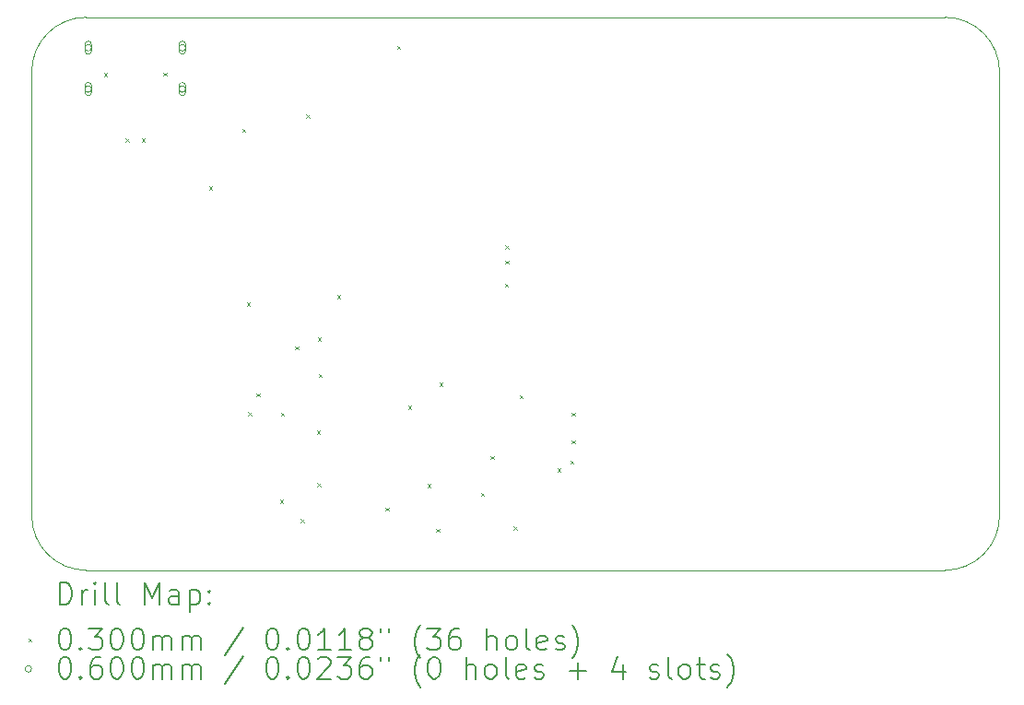
<source format=gbr>
%TF.GenerationSoftware,KiCad,Pcbnew,9.0.2*%
%TF.CreationDate,2025-07-13T16:06:32-05:00*%
%TF.ProjectId,stm32card,73746d33-3263-4617-9264-2e6b69636164,rev?*%
%TF.SameCoordinates,Original*%
%TF.FileFunction,Drillmap*%
%TF.FilePolarity,Positive*%
%FSLAX45Y45*%
G04 Gerber Fmt 4.5, Leading zero omitted, Abs format (unit mm)*
G04 Created by KiCad (PCBNEW 9.0.2) date 2025-07-13 16:06:32*
%MOMM*%
%LPD*%
G01*
G04 APERTURE LIST*
%ADD10C,0.050000*%
%ADD11C,0.200000*%
%ADD12C,0.100000*%
G04 APERTURE END LIST*
D10*
X13756447Y-13233553D02*
X21646447Y-13233553D01*
X13756447Y-13233553D02*
G75*
G02*
X13256447Y-12733553I3J500003D01*
G01*
X13256447Y-8653553D02*
X13256447Y-12733553D01*
X21646447Y-8153553D02*
G75*
G02*
X22146447Y-8653553I3J-499997D01*
G01*
X22146447Y-12733553D02*
X22146447Y-8653553D01*
X21646447Y-8153553D02*
X13756447Y-8153553D01*
X13256447Y-8653553D02*
G75*
G02*
X13756447Y-8153554I499991J8D01*
G01*
X22146447Y-12733553D02*
G75*
G02*
X21646447Y-13233557I-500007J3D01*
G01*
D11*
D12*
X13917892Y-8664431D02*
X13947892Y-8694431D01*
X13947892Y-8664431D02*
X13917892Y-8694431D01*
X14118113Y-9265553D02*
X14148113Y-9295553D01*
X14148113Y-9265553D02*
X14118113Y-9295553D01*
X14268113Y-9265553D02*
X14298113Y-9295553D01*
X14298113Y-9265553D02*
X14268113Y-9295553D01*
X14467134Y-8660086D02*
X14497134Y-8690086D01*
X14497134Y-8660086D02*
X14467134Y-8690086D01*
X14886315Y-9709309D02*
X14916315Y-9739309D01*
X14916315Y-9709309D02*
X14886315Y-9739309D01*
X15188362Y-9176103D02*
X15218362Y-9206103D01*
X15218362Y-9176103D02*
X15188362Y-9206103D01*
X15233510Y-10771928D02*
X15263510Y-10801928D01*
X15263510Y-10771928D02*
X15233510Y-10801928D01*
X15243494Y-11782910D02*
X15273494Y-11812910D01*
X15273494Y-11782910D02*
X15243494Y-11812910D01*
X15320740Y-11606959D02*
X15350740Y-11636959D01*
X15350740Y-11606959D02*
X15320740Y-11636959D01*
X15537470Y-12587115D02*
X15567470Y-12617115D01*
X15567470Y-12587115D02*
X15537470Y-12617115D01*
X15544511Y-11785922D02*
X15574511Y-11815922D01*
X15574511Y-11785922D02*
X15544511Y-11815922D01*
X15674446Y-11176505D02*
X15704446Y-11206505D01*
X15704446Y-11176505D02*
X15674446Y-11206505D01*
X15728012Y-12761537D02*
X15758012Y-12791537D01*
X15758012Y-12761537D02*
X15728012Y-12791537D01*
X15779696Y-9044834D02*
X15809696Y-9074834D01*
X15809696Y-9044834D02*
X15779696Y-9074834D01*
X15876636Y-11950008D02*
X15906636Y-11980008D01*
X15906636Y-11950008D02*
X15876636Y-11980008D01*
X15879252Y-12431608D02*
X15909252Y-12461608D01*
X15909252Y-12431608D02*
X15879252Y-12461608D01*
X15882247Y-11094987D02*
X15912247Y-11124987D01*
X15912247Y-11094987D02*
X15882247Y-11124987D01*
X15891310Y-11431009D02*
X15921310Y-11461009D01*
X15921310Y-11431009D02*
X15891310Y-11461009D01*
X16061449Y-10704597D02*
X16091449Y-10734597D01*
X16091449Y-10704597D02*
X16061449Y-10734597D01*
X16506486Y-12657137D02*
X16536486Y-12687137D01*
X16536486Y-12657137D02*
X16506486Y-12687137D01*
X16612488Y-8417432D02*
X16642488Y-8447432D01*
X16642488Y-8417432D02*
X16612488Y-8447432D01*
X16711450Y-11721343D02*
X16741450Y-11751343D01*
X16741450Y-11721343D02*
X16711450Y-11751343D01*
X16890776Y-12443088D02*
X16920776Y-12473088D01*
X16920776Y-12443088D02*
X16890776Y-12473088D01*
X16970140Y-12854044D02*
X17000140Y-12884044D01*
X17000140Y-12854044D02*
X16970140Y-12884044D01*
X17001361Y-11510728D02*
X17031361Y-11540728D01*
X17031361Y-11510728D02*
X17001361Y-11540728D01*
X17382855Y-12523096D02*
X17412855Y-12553096D01*
X17412855Y-12523096D02*
X17382855Y-12553096D01*
X17469624Y-12182906D02*
X17499624Y-12212906D01*
X17499624Y-12182906D02*
X17469624Y-12212906D01*
X17602115Y-10598553D02*
X17632115Y-10628553D01*
X17632115Y-10598553D02*
X17602115Y-10628553D01*
X17604964Y-10248553D02*
X17634964Y-10278553D01*
X17634964Y-10248553D02*
X17604964Y-10278553D01*
X17604964Y-10388553D02*
X17634964Y-10418553D01*
X17634964Y-10388553D02*
X17604964Y-10418553D01*
X17681471Y-12832865D02*
X17711471Y-12862865D01*
X17711471Y-12832865D02*
X17681471Y-12862865D01*
X17736654Y-11624855D02*
X17766654Y-11654855D01*
X17766654Y-11624855D02*
X17736654Y-11654855D01*
X18086552Y-12296162D02*
X18116552Y-12326162D01*
X18116552Y-12296162D02*
X18086552Y-12326162D01*
X18204436Y-12226021D02*
X18234436Y-12256021D01*
X18234436Y-12226021D02*
X18204436Y-12256021D01*
X18214064Y-12038526D02*
X18244064Y-12068526D01*
X18244064Y-12038526D02*
X18214064Y-12068526D01*
X18215680Y-11786663D02*
X18245680Y-11816663D01*
X18245680Y-11786663D02*
X18215680Y-11816663D01*
X13805447Y-8433000D02*
G75*
G02*
X13745447Y-8433000I-30000J0D01*
G01*
X13745447Y-8433000D02*
G75*
G02*
X13805447Y-8433000I30000J0D01*
G01*
X13805447Y-8463000D02*
X13805447Y-8403000D01*
X13745447Y-8403000D02*
G75*
G02*
X13805447Y-8403000I30000J0D01*
G01*
X13745447Y-8403000D02*
X13745447Y-8463000D01*
X13745447Y-8463000D02*
G75*
G03*
X13805447Y-8463000I30000J0D01*
G01*
X13805447Y-8813000D02*
G75*
G02*
X13745447Y-8813000I-30000J0D01*
G01*
X13745447Y-8813000D02*
G75*
G02*
X13805447Y-8813000I30000J0D01*
G01*
X13805447Y-8843000D02*
X13805447Y-8783000D01*
X13745447Y-8783000D02*
G75*
G02*
X13805447Y-8783000I30000J0D01*
G01*
X13745447Y-8783000D02*
X13745447Y-8843000D01*
X13745447Y-8843000D02*
G75*
G03*
X13805447Y-8843000I30000J0D01*
G01*
X14669447Y-8433000D02*
G75*
G02*
X14609447Y-8433000I-30000J0D01*
G01*
X14609447Y-8433000D02*
G75*
G02*
X14669447Y-8433000I30000J0D01*
G01*
X14669447Y-8463000D02*
X14669447Y-8403000D01*
X14609447Y-8403000D02*
G75*
G02*
X14669447Y-8403000I30000J0D01*
G01*
X14609447Y-8403000D02*
X14609447Y-8463000D01*
X14609447Y-8463000D02*
G75*
G03*
X14669447Y-8463000I30000J0D01*
G01*
X14669447Y-8813000D02*
G75*
G02*
X14609447Y-8813000I-30000J0D01*
G01*
X14609447Y-8813000D02*
G75*
G02*
X14669447Y-8813000I30000J0D01*
G01*
X14669447Y-8843000D02*
X14669447Y-8783000D01*
X14609447Y-8783000D02*
G75*
G02*
X14669447Y-8783000I30000J0D01*
G01*
X14609447Y-8783000D02*
X14609447Y-8843000D01*
X14609447Y-8843000D02*
G75*
G03*
X14669447Y-8843000I30000J0D01*
G01*
D11*
X13514723Y-13547537D02*
X13514723Y-13347537D01*
X13514723Y-13347537D02*
X13562342Y-13347537D01*
X13562342Y-13347537D02*
X13590914Y-13357061D01*
X13590914Y-13357061D02*
X13609961Y-13376109D01*
X13609961Y-13376109D02*
X13619485Y-13395156D01*
X13619485Y-13395156D02*
X13629009Y-13433251D01*
X13629009Y-13433251D02*
X13629009Y-13461823D01*
X13629009Y-13461823D02*
X13619485Y-13499918D01*
X13619485Y-13499918D02*
X13609961Y-13518966D01*
X13609961Y-13518966D02*
X13590914Y-13538013D01*
X13590914Y-13538013D02*
X13562342Y-13547537D01*
X13562342Y-13547537D02*
X13514723Y-13547537D01*
X13714723Y-13547537D02*
X13714723Y-13414204D01*
X13714723Y-13452299D02*
X13724247Y-13433251D01*
X13724247Y-13433251D02*
X13733771Y-13423728D01*
X13733771Y-13423728D02*
X13752819Y-13414204D01*
X13752819Y-13414204D02*
X13771866Y-13414204D01*
X13838533Y-13547537D02*
X13838533Y-13414204D01*
X13838533Y-13347537D02*
X13829009Y-13357061D01*
X13829009Y-13357061D02*
X13838533Y-13366585D01*
X13838533Y-13366585D02*
X13848057Y-13357061D01*
X13848057Y-13357061D02*
X13838533Y-13347537D01*
X13838533Y-13347537D02*
X13838533Y-13366585D01*
X13962342Y-13547537D02*
X13943295Y-13538013D01*
X13943295Y-13538013D02*
X13933771Y-13518966D01*
X13933771Y-13518966D02*
X13933771Y-13347537D01*
X14067104Y-13547537D02*
X14048057Y-13538013D01*
X14048057Y-13538013D02*
X14038533Y-13518966D01*
X14038533Y-13518966D02*
X14038533Y-13347537D01*
X14295676Y-13547537D02*
X14295676Y-13347537D01*
X14295676Y-13347537D02*
X14362342Y-13490394D01*
X14362342Y-13490394D02*
X14429009Y-13347537D01*
X14429009Y-13347537D02*
X14429009Y-13547537D01*
X14609961Y-13547537D02*
X14609961Y-13442775D01*
X14609961Y-13442775D02*
X14600438Y-13423728D01*
X14600438Y-13423728D02*
X14581390Y-13414204D01*
X14581390Y-13414204D02*
X14543295Y-13414204D01*
X14543295Y-13414204D02*
X14524247Y-13423728D01*
X14609961Y-13538013D02*
X14590914Y-13547537D01*
X14590914Y-13547537D02*
X14543295Y-13547537D01*
X14543295Y-13547537D02*
X14524247Y-13538013D01*
X14524247Y-13538013D02*
X14514723Y-13518966D01*
X14514723Y-13518966D02*
X14514723Y-13499918D01*
X14514723Y-13499918D02*
X14524247Y-13480870D01*
X14524247Y-13480870D02*
X14543295Y-13471347D01*
X14543295Y-13471347D02*
X14590914Y-13471347D01*
X14590914Y-13471347D02*
X14609961Y-13461823D01*
X14705200Y-13414204D02*
X14705200Y-13614204D01*
X14705200Y-13423728D02*
X14724247Y-13414204D01*
X14724247Y-13414204D02*
X14762342Y-13414204D01*
X14762342Y-13414204D02*
X14781390Y-13423728D01*
X14781390Y-13423728D02*
X14790914Y-13433251D01*
X14790914Y-13433251D02*
X14800438Y-13452299D01*
X14800438Y-13452299D02*
X14800438Y-13509442D01*
X14800438Y-13509442D02*
X14790914Y-13528489D01*
X14790914Y-13528489D02*
X14781390Y-13538013D01*
X14781390Y-13538013D02*
X14762342Y-13547537D01*
X14762342Y-13547537D02*
X14724247Y-13547537D01*
X14724247Y-13547537D02*
X14705200Y-13538013D01*
X14886152Y-13528489D02*
X14895676Y-13538013D01*
X14895676Y-13538013D02*
X14886152Y-13547537D01*
X14886152Y-13547537D02*
X14876628Y-13538013D01*
X14876628Y-13538013D02*
X14886152Y-13528489D01*
X14886152Y-13528489D02*
X14886152Y-13547537D01*
X14886152Y-13423728D02*
X14895676Y-13433251D01*
X14895676Y-13433251D02*
X14886152Y-13442775D01*
X14886152Y-13442775D02*
X14876628Y-13433251D01*
X14876628Y-13433251D02*
X14886152Y-13423728D01*
X14886152Y-13423728D02*
X14886152Y-13442775D01*
D12*
X13223947Y-13861053D02*
X13253947Y-13891053D01*
X13253947Y-13861053D02*
X13223947Y-13891053D01*
D11*
X13552819Y-13767537D02*
X13571866Y-13767537D01*
X13571866Y-13767537D02*
X13590914Y-13777061D01*
X13590914Y-13777061D02*
X13600438Y-13786585D01*
X13600438Y-13786585D02*
X13609961Y-13805632D01*
X13609961Y-13805632D02*
X13619485Y-13843728D01*
X13619485Y-13843728D02*
X13619485Y-13891347D01*
X13619485Y-13891347D02*
X13609961Y-13929442D01*
X13609961Y-13929442D02*
X13600438Y-13948489D01*
X13600438Y-13948489D02*
X13590914Y-13958013D01*
X13590914Y-13958013D02*
X13571866Y-13967537D01*
X13571866Y-13967537D02*
X13552819Y-13967537D01*
X13552819Y-13967537D02*
X13533771Y-13958013D01*
X13533771Y-13958013D02*
X13524247Y-13948489D01*
X13524247Y-13948489D02*
X13514723Y-13929442D01*
X13514723Y-13929442D02*
X13505200Y-13891347D01*
X13505200Y-13891347D02*
X13505200Y-13843728D01*
X13505200Y-13843728D02*
X13514723Y-13805632D01*
X13514723Y-13805632D02*
X13524247Y-13786585D01*
X13524247Y-13786585D02*
X13533771Y-13777061D01*
X13533771Y-13777061D02*
X13552819Y-13767537D01*
X13705200Y-13948489D02*
X13714723Y-13958013D01*
X13714723Y-13958013D02*
X13705200Y-13967537D01*
X13705200Y-13967537D02*
X13695676Y-13958013D01*
X13695676Y-13958013D02*
X13705200Y-13948489D01*
X13705200Y-13948489D02*
X13705200Y-13967537D01*
X13781390Y-13767537D02*
X13905200Y-13767537D01*
X13905200Y-13767537D02*
X13838533Y-13843728D01*
X13838533Y-13843728D02*
X13867104Y-13843728D01*
X13867104Y-13843728D02*
X13886152Y-13853251D01*
X13886152Y-13853251D02*
X13895676Y-13862775D01*
X13895676Y-13862775D02*
X13905200Y-13881823D01*
X13905200Y-13881823D02*
X13905200Y-13929442D01*
X13905200Y-13929442D02*
X13895676Y-13948489D01*
X13895676Y-13948489D02*
X13886152Y-13958013D01*
X13886152Y-13958013D02*
X13867104Y-13967537D01*
X13867104Y-13967537D02*
X13809961Y-13967537D01*
X13809961Y-13967537D02*
X13790914Y-13958013D01*
X13790914Y-13958013D02*
X13781390Y-13948489D01*
X14029009Y-13767537D02*
X14048057Y-13767537D01*
X14048057Y-13767537D02*
X14067104Y-13777061D01*
X14067104Y-13777061D02*
X14076628Y-13786585D01*
X14076628Y-13786585D02*
X14086152Y-13805632D01*
X14086152Y-13805632D02*
X14095676Y-13843728D01*
X14095676Y-13843728D02*
X14095676Y-13891347D01*
X14095676Y-13891347D02*
X14086152Y-13929442D01*
X14086152Y-13929442D02*
X14076628Y-13948489D01*
X14076628Y-13948489D02*
X14067104Y-13958013D01*
X14067104Y-13958013D02*
X14048057Y-13967537D01*
X14048057Y-13967537D02*
X14029009Y-13967537D01*
X14029009Y-13967537D02*
X14009961Y-13958013D01*
X14009961Y-13958013D02*
X14000438Y-13948489D01*
X14000438Y-13948489D02*
X13990914Y-13929442D01*
X13990914Y-13929442D02*
X13981390Y-13891347D01*
X13981390Y-13891347D02*
X13981390Y-13843728D01*
X13981390Y-13843728D02*
X13990914Y-13805632D01*
X13990914Y-13805632D02*
X14000438Y-13786585D01*
X14000438Y-13786585D02*
X14009961Y-13777061D01*
X14009961Y-13777061D02*
X14029009Y-13767537D01*
X14219485Y-13767537D02*
X14238533Y-13767537D01*
X14238533Y-13767537D02*
X14257581Y-13777061D01*
X14257581Y-13777061D02*
X14267104Y-13786585D01*
X14267104Y-13786585D02*
X14276628Y-13805632D01*
X14276628Y-13805632D02*
X14286152Y-13843728D01*
X14286152Y-13843728D02*
X14286152Y-13891347D01*
X14286152Y-13891347D02*
X14276628Y-13929442D01*
X14276628Y-13929442D02*
X14267104Y-13948489D01*
X14267104Y-13948489D02*
X14257581Y-13958013D01*
X14257581Y-13958013D02*
X14238533Y-13967537D01*
X14238533Y-13967537D02*
X14219485Y-13967537D01*
X14219485Y-13967537D02*
X14200438Y-13958013D01*
X14200438Y-13958013D02*
X14190914Y-13948489D01*
X14190914Y-13948489D02*
X14181390Y-13929442D01*
X14181390Y-13929442D02*
X14171866Y-13891347D01*
X14171866Y-13891347D02*
X14171866Y-13843728D01*
X14171866Y-13843728D02*
X14181390Y-13805632D01*
X14181390Y-13805632D02*
X14190914Y-13786585D01*
X14190914Y-13786585D02*
X14200438Y-13777061D01*
X14200438Y-13777061D02*
X14219485Y-13767537D01*
X14371866Y-13967537D02*
X14371866Y-13834204D01*
X14371866Y-13853251D02*
X14381390Y-13843728D01*
X14381390Y-13843728D02*
X14400438Y-13834204D01*
X14400438Y-13834204D02*
X14429009Y-13834204D01*
X14429009Y-13834204D02*
X14448057Y-13843728D01*
X14448057Y-13843728D02*
X14457581Y-13862775D01*
X14457581Y-13862775D02*
X14457581Y-13967537D01*
X14457581Y-13862775D02*
X14467104Y-13843728D01*
X14467104Y-13843728D02*
X14486152Y-13834204D01*
X14486152Y-13834204D02*
X14514723Y-13834204D01*
X14514723Y-13834204D02*
X14533771Y-13843728D01*
X14533771Y-13843728D02*
X14543295Y-13862775D01*
X14543295Y-13862775D02*
X14543295Y-13967537D01*
X14638533Y-13967537D02*
X14638533Y-13834204D01*
X14638533Y-13853251D02*
X14648057Y-13843728D01*
X14648057Y-13843728D02*
X14667104Y-13834204D01*
X14667104Y-13834204D02*
X14695676Y-13834204D01*
X14695676Y-13834204D02*
X14714723Y-13843728D01*
X14714723Y-13843728D02*
X14724247Y-13862775D01*
X14724247Y-13862775D02*
X14724247Y-13967537D01*
X14724247Y-13862775D02*
X14733771Y-13843728D01*
X14733771Y-13843728D02*
X14752819Y-13834204D01*
X14752819Y-13834204D02*
X14781390Y-13834204D01*
X14781390Y-13834204D02*
X14800438Y-13843728D01*
X14800438Y-13843728D02*
X14809962Y-13862775D01*
X14809962Y-13862775D02*
X14809962Y-13967537D01*
X15200438Y-13758013D02*
X15029009Y-14015156D01*
X15457581Y-13767537D02*
X15476628Y-13767537D01*
X15476628Y-13767537D02*
X15495676Y-13777061D01*
X15495676Y-13777061D02*
X15505200Y-13786585D01*
X15505200Y-13786585D02*
X15514724Y-13805632D01*
X15514724Y-13805632D02*
X15524247Y-13843728D01*
X15524247Y-13843728D02*
X15524247Y-13891347D01*
X15524247Y-13891347D02*
X15514724Y-13929442D01*
X15514724Y-13929442D02*
X15505200Y-13948489D01*
X15505200Y-13948489D02*
X15495676Y-13958013D01*
X15495676Y-13958013D02*
X15476628Y-13967537D01*
X15476628Y-13967537D02*
X15457581Y-13967537D01*
X15457581Y-13967537D02*
X15438533Y-13958013D01*
X15438533Y-13958013D02*
X15429009Y-13948489D01*
X15429009Y-13948489D02*
X15419485Y-13929442D01*
X15419485Y-13929442D02*
X15409962Y-13891347D01*
X15409962Y-13891347D02*
X15409962Y-13843728D01*
X15409962Y-13843728D02*
X15419485Y-13805632D01*
X15419485Y-13805632D02*
X15429009Y-13786585D01*
X15429009Y-13786585D02*
X15438533Y-13777061D01*
X15438533Y-13777061D02*
X15457581Y-13767537D01*
X15609962Y-13948489D02*
X15619485Y-13958013D01*
X15619485Y-13958013D02*
X15609962Y-13967537D01*
X15609962Y-13967537D02*
X15600438Y-13958013D01*
X15600438Y-13958013D02*
X15609962Y-13948489D01*
X15609962Y-13948489D02*
X15609962Y-13967537D01*
X15743295Y-13767537D02*
X15762343Y-13767537D01*
X15762343Y-13767537D02*
X15781390Y-13777061D01*
X15781390Y-13777061D02*
X15790914Y-13786585D01*
X15790914Y-13786585D02*
X15800438Y-13805632D01*
X15800438Y-13805632D02*
X15809962Y-13843728D01*
X15809962Y-13843728D02*
X15809962Y-13891347D01*
X15809962Y-13891347D02*
X15800438Y-13929442D01*
X15800438Y-13929442D02*
X15790914Y-13948489D01*
X15790914Y-13948489D02*
X15781390Y-13958013D01*
X15781390Y-13958013D02*
X15762343Y-13967537D01*
X15762343Y-13967537D02*
X15743295Y-13967537D01*
X15743295Y-13967537D02*
X15724247Y-13958013D01*
X15724247Y-13958013D02*
X15714724Y-13948489D01*
X15714724Y-13948489D02*
X15705200Y-13929442D01*
X15705200Y-13929442D02*
X15695676Y-13891347D01*
X15695676Y-13891347D02*
X15695676Y-13843728D01*
X15695676Y-13843728D02*
X15705200Y-13805632D01*
X15705200Y-13805632D02*
X15714724Y-13786585D01*
X15714724Y-13786585D02*
X15724247Y-13777061D01*
X15724247Y-13777061D02*
X15743295Y-13767537D01*
X16000438Y-13967537D02*
X15886152Y-13967537D01*
X15943295Y-13967537D02*
X15943295Y-13767537D01*
X15943295Y-13767537D02*
X15924247Y-13796109D01*
X15924247Y-13796109D02*
X15905200Y-13815156D01*
X15905200Y-13815156D02*
X15886152Y-13824680D01*
X16190914Y-13967537D02*
X16076628Y-13967537D01*
X16133771Y-13967537D02*
X16133771Y-13767537D01*
X16133771Y-13767537D02*
X16114724Y-13796109D01*
X16114724Y-13796109D02*
X16095676Y-13815156D01*
X16095676Y-13815156D02*
X16076628Y-13824680D01*
X16305200Y-13853251D02*
X16286152Y-13843728D01*
X16286152Y-13843728D02*
X16276628Y-13834204D01*
X16276628Y-13834204D02*
X16267105Y-13815156D01*
X16267105Y-13815156D02*
X16267105Y-13805632D01*
X16267105Y-13805632D02*
X16276628Y-13786585D01*
X16276628Y-13786585D02*
X16286152Y-13777061D01*
X16286152Y-13777061D02*
X16305200Y-13767537D01*
X16305200Y-13767537D02*
X16343295Y-13767537D01*
X16343295Y-13767537D02*
X16362343Y-13777061D01*
X16362343Y-13777061D02*
X16371866Y-13786585D01*
X16371866Y-13786585D02*
X16381390Y-13805632D01*
X16381390Y-13805632D02*
X16381390Y-13815156D01*
X16381390Y-13815156D02*
X16371866Y-13834204D01*
X16371866Y-13834204D02*
X16362343Y-13843728D01*
X16362343Y-13843728D02*
X16343295Y-13853251D01*
X16343295Y-13853251D02*
X16305200Y-13853251D01*
X16305200Y-13853251D02*
X16286152Y-13862775D01*
X16286152Y-13862775D02*
X16276628Y-13872299D01*
X16276628Y-13872299D02*
X16267105Y-13891347D01*
X16267105Y-13891347D02*
X16267105Y-13929442D01*
X16267105Y-13929442D02*
X16276628Y-13948489D01*
X16276628Y-13948489D02*
X16286152Y-13958013D01*
X16286152Y-13958013D02*
X16305200Y-13967537D01*
X16305200Y-13967537D02*
X16343295Y-13967537D01*
X16343295Y-13967537D02*
X16362343Y-13958013D01*
X16362343Y-13958013D02*
X16371866Y-13948489D01*
X16371866Y-13948489D02*
X16381390Y-13929442D01*
X16381390Y-13929442D02*
X16381390Y-13891347D01*
X16381390Y-13891347D02*
X16371866Y-13872299D01*
X16371866Y-13872299D02*
X16362343Y-13862775D01*
X16362343Y-13862775D02*
X16343295Y-13853251D01*
X16457581Y-13767537D02*
X16457581Y-13805632D01*
X16533771Y-13767537D02*
X16533771Y-13805632D01*
X16829010Y-14043728D02*
X16819486Y-14034204D01*
X16819486Y-14034204D02*
X16800438Y-14005632D01*
X16800438Y-14005632D02*
X16790914Y-13986585D01*
X16790914Y-13986585D02*
X16781390Y-13958013D01*
X16781390Y-13958013D02*
X16771867Y-13910394D01*
X16771867Y-13910394D02*
X16771867Y-13872299D01*
X16771867Y-13872299D02*
X16781390Y-13824680D01*
X16781390Y-13824680D02*
X16790914Y-13796109D01*
X16790914Y-13796109D02*
X16800438Y-13777061D01*
X16800438Y-13777061D02*
X16819486Y-13748489D01*
X16819486Y-13748489D02*
X16829010Y-13738966D01*
X16886152Y-13767537D02*
X17009962Y-13767537D01*
X17009962Y-13767537D02*
X16943295Y-13843728D01*
X16943295Y-13843728D02*
X16971867Y-13843728D01*
X16971867Y-13843728D02*
X16990914Y-13853251D01*
X16990914Y-13853251D02*
X17000438Y-13862775D01*
X17000438Y-13862775D02*
X17009962Y-13881823D01*
X17009962Y-13881823D02*
X17009962Y-13929442D01*
X17009962Y-13929442D02*
X17000438Y-13948489D01*
X17000438Y-13948489D02*
X16990914Y-13958013D01*
X16990914Y-13958013D02*
X16971867Y-13967537D01*
X16971867Y-13967537D02*
X16914724Y-13967537D01*
X16914724Y-13967537D02*
X16895676Y-13958013D01*
X16895676Y-13958013D02*
X16886152Y-13948489D01*
X17181390Y-13767537D02*
X17143295Y-13767537D01*
X17143295Y-13767537D02*
X17124248Y-13777061D01*
X17124248Y-13777061D02*
X17114724Y-13786585D01*
X17114724Y-13786585D02*
X17095676Y-13815156D01*
X17095676Y-13815156D02*
X17086152Y-13853251D01*
X17086152Y-13853251D02*
X17086152Y-13929442D01*
X17086152Y-13929442D02*
X17095676Y-13948489D01*
X17095676Y-13948489D02*
X17105200Y-13958013D01*
X17105200Y-13958013D02*
X17124248Y-13967537D01*
X17124248Y-13967537D02*
X17162343Y-13967537D01*
X17162343Y-13967537D02*
X17181390Y-13958013D01*
X17181390Y-13958013D02*
X17190914Y-13948489D01*
X17190914Y-13948489D02*
X17200438Y-13929442D01*
X17200438Y-13929442D02*
X17200438Y-13881823D01*
X17200438Y-13881823D02*
X17190914Y-13862775D01*
X17190914Y-13862775D02*
X17181390Y-13853251D01*
X17181390Y-13853251D02*
X17162343Y-13843728D01*
X17162343Y-13843728D02*
X17124248Y-13843728D01*
X17124248Y-13843728D02*
X17105200Y-13853251D01*
X17105200Y-13853251D02*
X17095676Y-13862775D01*
X17095676Y-13862775D02*
X17086152Y-13881823D01*
X17438533Y-13967537D02*
X17438533Y-13767537D01*
X17524248Y-13967537D02*
X17524248Y-13862775D01*
X17524248Y-13862775D02*
X17514724Y-13843728D01*
X17514724Y-13843728D02*
X17495676Y-13834204D01*
X17495676Y-13834204D02*
X17467105Y-13834204D01*
X17467105Y-13834204D02*
X17448057Y-13843728D01*
X17448057Y-13843728D02*
X17438533Y-13853251D01*
X17648057Y-13967537D02*
X17629010Y-13958013D01*
X17629010Y-13958013D02*
X17619486Y-13948489D01*
X17619486Y-13948489D02*
X17609962Y-13929442D01*
X17609962Y-13929442D02*
X17609962Y-13872299D01*
X17609962Y-13872299D02*
X17619486Y-13853251D01*
X17619486Y-13853251D02*
X17629010Y-13843728D01*
X17629010Y-13843728D02*
X17648057Y-13834204D01*
X17648057Y-13834204D02*
X17676629Y-13834204D01*
X17676629Y-13834204D02*
X17695676Y-13843728D01*
X17695676Y-13843728D02*
X17705200Y-13853251D01*
X17705200Y-13853251D02*
X17714724Y-13872299D01*
X17714724Y-13872299D02*
X17714724Y-13929442D01*
X17714724Y-13929442D02*
X17705200Y-13948489D01*
X17705200Y-13948489D02*
X17695676Y-13958013D01*
X17695676Y-13958013D02*
X17676629Y-13967537D01*
X17676629Y-13967537D02*
X17648057Y-13967537D01*
X17829010Y-13967537D02*
X17809962Y-13958013D01*
X17809962Y-13958013D02*
X17800438Y-13938966D01*
X17800438Y-13938966D02*
X17800438Y-13767537D01*
X17981391Y-13958013D02*
X17962343Y-13967537D01*
X17962343Y-13967537D02*
X17924248Y-13967537D01*
X17924248Y-13967537D02*
X17905200Y-13958013D01*
X17905200Y-13958013D02*
X17895676Y-13938966D01*
X17895676Y-13938966D02*
X17895676Y-13862775D01*
X17895676Y-13862775D02*
X17905200Y-13843728D01*
X17905200Y-13843728D02*
X17924248Y-13834204D01*
X17924248Y-13834204D02*
X17962343Y-13834204D01*
X17962343Y-13834204D02*
X17981391Y-13843728D01*
X17981391Y-13843728D02*
X17990914Y-13862775D01*
X17990914Y-13862775D02*
X17990914Y-13881823D01*
X17990914Y-13881823D02*
X17895676Y-13900870D01*
X18067105Y-13958013D02*
X18086152Y-13967537D01*
X18086152Y-13967537D02*
X18124248Y-13967537D01*
X18124248Y-13967537D02*
X18143295Y-13958013D01*
X18143295Y-13958013D02*
X18152819Y-13938966D01*
X18152819Y-13938966D02*
X18152819Y-13929442D01*
X18152819Y-13929442D02*
X18143295Y-13910394D01*
X18143295Y-13910394D02*
X18124248Y-13900870D01*
X18124248Y-13900870D02*
X18095676Y-13900870D01*
X18095676Y-13900870D02*
X18076629Y-13891347D01*
X18076629Y-13891347D02*
X18067105Y-13872299D01*
X18067105Y-13872299D02*
X18067105Y-13862775D01*
X18067105Y-13862775D02*
X18076629Y-13843728D01*
X18076629Y-13843728D02*
X18095676Y-13834204D01*
X18095676Y-13834204D02*
X18124248Y-13834204D01*
X18124248Y-13834204D02*
X18143295Y-13843728D01*
X18219486Y-14043728D02*
X18229010Y-14034204D01*
X18229010Y-14034204D02*
X18248057Y-14005632D01*
X18248057Y-14005632D02*
X18257581Y-13986585D01*
X18257581Y-13986585D02*
X18267105Y-13958013D01*
X18267105Y-13958013D02*
X18276629Y-13910394D01*
X18276629Y-13910394D02*
X18276629Y-13872299D01*
X18276629Y-13872299D02*
X18267105Y-13824680D01*
X18267105Y-13824680D02*
X18257581Y-13796109D01*
X18257581Y-13796109D02*
X18248057Y-13777061D01*
X18248057Y-13777061D02*
X18229010Y-13748489D01*
X18229010Y-13748489D02*
X18219486Y-13738966D01*
D12*
X13253947Y-14140053D02*
G75*
G02*
X13193947Y-14140053I-30000J0D01*
G01*
X13193947Y-14140053D02*
G75*
G02*
X13253947Y-14140053I30000J0D01*
G01*
D11*
X13552819Y-14031537D02*
X13571866Y-14031537D01*
X13571866Y-14031537D02*
X13590914Y-14041061D01*
X13590914Y-14041061D02*
X13600438Y-14050585D01*
X13600438Y-14050585D02*
X13609961Y-14069632D01*
X13609961Y-14069632D02*
X13619485Y-14107728D01*
X13619485Y-14107728D02*
X13619485Y-14155347D01*
X13619485Y-14155347D02*
X13609961Y-14193442D01*
X13609961Y-14193442D02*
X13600438Y-14212489D01*
X13600438Y-14212489D02*
X13590914Y-14222013D01*
X13590914Y-14222013D02*
X13571866Y-14231537D01*
X13571866Y-14231537D02*
X13552819Y-14231537D01*
X13552819Y-14231537D02*
X13533771Y-14222013D01*
X13533771Y-14222013D02*
X13524247Y-14212489D01*
X13524247Y-14212489D02*
X13514723Y-14193442D01*
X13514723Y-14193442D02*
X13505200Y-14155347D01*
X13505200Y-14155347D02*
X13505200Y-14107728D01*
X13505200Y-14107728D02*
X13514723Y-14069632D01*
X13514723Y-14069632D02*
X13524247Y-14050585D01*
X13524247Y-14050585D02*
X13533771Y-14041061D01*
X13533771Y-14041061D02*
X13552819Y-14031537D01*
X13705200Y-14212489D02*
X13714723Y-14222013D01*
X13714723Y-14222013D02*
X13705200Y-14231537D01*
X13705200Y-14231537D02*
X13695676Y-14222013D01*
X13695676Y-14222013D02*
X13705200Y-14212489D01*
X13705200Y-14212489D02*
X13705200Y-14231537D01*
X13886152Y-14031537D02*
X13848057Y-14031537D01*
X13848057Y-14031537D02*
X13829009Y-14041061D01*
X13829009Y-14041061D02*
X13819485Y-14050585D01*
X13819485Y-14050585D02*
X13800438Y-14079156D01*
X13800438Y-14079156D02*
X13790914Y-14117251D01*
X13790914Y-14117251D02*
X13790914Y-14193442D01*
X13790914Y-14193442D02*
X13800438Y-14212489D01*
X13800438Y-14212489D02*
X13809961Y-14222013D01*
X13809961Y-14222013D02*
X13829009Y-14231537D01*
X13829009Y-14231537D02*
X13867104Y-14231537D01*
X13867104Y-14231537D02*
X13886152Y-14222013D01*
X13886152Y-14222013D02*
X13895676Y-14212489D01*
X13895676Y-14212489D02*
X13905200Y-14193442D01*
X13905200Y-14193442D02*
X13905200Y-14145823D01*
X13905200Y-14145823D02*
X13895676Y-14126775D01*
X13895676Y-14126775D02*
X13886152Y-14117251D01*
X13886152Y-14117251D02*
X13867104Y-14107728D01*
X13867104Y-14107728D02*
X13829009Y-14107728D01*
X13829009Y-14107728D02*
X13809961Y-14117251D01*
X13809961Y-14117251D02*
X13800438Y-14126775D01*
X13800438Y-14126775D02*
X13790914Y-14145823D01*
X14029009Y-14031537D02*
X14048057Y-14031537D01*
X14048057Y-14031537D02*
X14067104Y-14041061D01*
X14067104Y-14041061D02*
X14076628Y-14050585D01*
X14076628Y-14050585D02*
X14086152Y-14069632D01*
X14086152Y-14069632D02*
X14095676Y-14107728D01*
X14095676Y-14107728D02*
X14095676Y-14155347D01*
X14095676Y-14155347D02*
X14086152Y-14193442D01*
X14086152Y-14193442D02*
X14076628Y-14212489D01*
X14076628Y-14212489D02*
X14067104Y-14222013D01*
X14067104Y-14222013D02*
X14048057Y-14231537D01*
X14048057Y-14231537D02*
X14029009Y-14231537D01*
X14029009Y-14231537D02*
X14009961Y-14222013D01*
X14009961Y-14222013D02*
X14000438Y-14212489D01*
X14000438Y-14212489D02*
X13990914Y-14193442D01*
X13990914Y-14193442D02*
X13981390Y-14155347D01*
X13981390Y-14155347D02*
X13981390Y-14107728D01*
X13981390Y-14107728D02*
X13990914Y-14069632D01*
X13990914Y-14069632D02*
X14000438Y-14050585D01*
X14000438Y-14050585D02*
X14009961Y-14041061D01*
X14009961Y-14041061D02*
X14029009Y-14031537D01*
X14219485Y-14031537D02*
X14238533Y-14031537D01*
X14238533Y-14031537D02*
X14257581Y-14041061D01*
X14257581Y-14041061D02*
X14267104Y-14050585D01*
X14267104Y-14050585D02*
X14276628Y-14069632D01*
X14276628Y-14069632D02*
X14286152Y-14107728D01*
X14286152Y-14107728D02*
X14286152Y-14155347D01*
X14286152Y-14155347D02*
X14276628Y-14193442D01*
X14276628Y-14193442D02*
X14267104Y-14212489D01*
X14267104Y-14212489D02*
X14257581Y-14222013D01*
X14257581Y-14222013D02*
X14238533Y-14231537D01*
X14238533Y-14231537D02*
X14219485Y-14231537D01*
X14219485Y-14231537D02*
X14200438Y-14222013D01*
X14200438Y-14222013D02*
X14190914Y-14212489D01*
X14190914Y-14212489D02*
X14181390Y-14193442D01*
X14181390Y-14193442D02*
X14171866Y-14155347D01*
X14171866Y-14155347D02*
X14171866Y-14107728D01*
X14171866Y-14107728D02*
X14181390Y-14069632D01*
X14181390Y-14069632D02*
X14190914Y-14050585D01*
X14190914Y-14050585D02*
X14200438Y-14041061D01*
X14200438Y-14041061D02*
X14219485Y-14031537D01*
X14371866Y-14231537D02*
X14371866Y-14098204D01*
X14371866Y-14117251D02*
X14381390Y-14107728D01*
X14381390Y-14107728D02*
X14400438Y-14098204D01*
X14400438Y-14098204D02*
X14429009Y-14098204D01*
X14429009Y-14098204D02*
X14448057Y-14107728D01*
X14448057Y-14107728D02*
X14457581Y-14126775D01*
X14457581Y-14126775D02*
X14457581Y-14231537D01*
X14457581Y-14126775D02*
X14467104Y-14107728D01*
X14467104Y-14107728D02*
X14486152Y-14098204D01*
X14486152Y-14098204D02*
X14514723Y-14098204D01*
X14514723Y-14098204D02*
X14533771Y-14107728D01*
X14533771Y-14107728D02*
X14543295Y-14126775D01*
X14543295Y-14126775D02*
X14543295Y-14231537D01*
X14638533Y-14231537D02*
X14638533Y-14098204D01*
X14638533Y-14117251D02*
X14648057Y-14107728D01*
X14648057Y-14107728D02*
X14667104Y-14098204D01*
X14667104Y-14098204D02*
X14695676Y-14098204D01*
X14695676Y-14098204D02*
X14714723Y-14107728D01*
X14714723Y-14107728D02*
X14724247Y-14126775D01*
X14724247Y-14126775D02*
X14724247Y-14231537D01*
X14724247Y-14126775D02*
X14733771Y-14107728D01*
X14733771Y-14107728D02*
X14752819Y-14098204D01*
X14752819Y-14098204D02*
X14781390Y-14098204D01*
X14781390Y-14098204D02*
X14800438Y-14107728D01*
X14800438Y-14107728D02*
X14809962Y-14126775D01*
X14809962Y-14126775D02*
X14809962Y-14231537D01*
X15200438Y-14022013D02*
X15029009Y-14279156D01*
X15457581Y-14031537D02*
X15476628Y-14031537D01*
X15476628Y-14031537D02*
X15495676Y-14041061D01*
X15495676Y-14041061D02*
X15505200Y-14050585D01*
X15505200Y-14050585D02*
X15514724Y-14069632D01*
X15514724Y-14069632D02*
X15524247Y-14107728D01*
X15524247Y-14107728D02*
X15524247Y-14155347D01*
X15524247Y-14155347D02*
X15514724Y-14193442D01*
X15514724Y-14193442D02*
X15505200Y-14212489D01*
X15505200Y-14212489D02*
X15495676Y-14222013D01*
X15495676Y-14222013D02*
X15476628Y-14231537D01*
X15476628Y-14231537D02*
X15457581Y-14231537D01*
X15457581Y-14231537D02*
X15438533Y-14222013D01*
X15438533Y-14222013D02*
X15429009Y-14212489D01*
X15429009Y-14212489D02*
X15419485Y-14193442D01*
X15419485Y-14193442D02*
X15409962Y-14155347D01*
X15409962Y-14155347D02*
X15409962Y-14107728D01*
X15409962Y-14107728D02*
X15419485Y-14069632D01*
X15419485Y-14069632D02*
X15429009Y-14050585D01*
X15429009Y-14050585D02*
X15438533Y-14041061D01*
X15438533Y-14041061D02*
X15457581Y-14031537D01*
X15609962Y-14212489D02*
X15619485Y-14222013D01*
X15619485Y-14222013D02*
X15609962Y-14231537D01*
X15609962Y-14231537D02*
X15600438Y-14222013D01*
X15600438Y-14222013D02*
X15609962Y-14212489D01*
X15609962Y-14212489D02*
X15609962Y-14231537D01*
X15743295Y-14031537D02*
X15762343Y-14031537D01*
X15762343Y-14031537D02*
X15781390Y-14041061D01*
X15781390Y-14041061D02*
X15790914Y-14050585D01*
X15790914Y-14050585D02*
X15800438Y-14069632D01*
X15800438Y-14069632D02*
X15809962Y-14107728D01*
X15809962Y-14107728D02*
X15809962Y-14155347D01*
X15809962Y-14155347D02*
X15800438Y-14193442D01*
X15800438Y-14193442D02*
X15790914Y-14212489D01*
X15790914Y-14212489D02*
X15781390Y-14222013D01*
X15781390Y-14222013D02*
X15762343Y-14231537D01*
X15762343Y-14231537D02*
X15743295Y-14231537D01*
X15743295Y-14231537D02*
X15724247Y-14222013D01*
X15724247Y-14222013D02*
X15714724Y-14212489D01*
X15714724Y-14212489D02*
X15705200Y-14193442D01*
X15705200Y-14193442D02*
X15695676Y-14155347D01*
X15695676Y-14155347D02*
X15695676Y-14107728D01*
X15695676Y-14107728D02*
X15705200Y-14069632D01*
X15705200Y-14069632D02*
X15714724Y-14050585D01*
X15714724Y-14050585D02*
X15724247Y-14041061D01*
X15724247Y-14041061D02*
X15743295Y-14031537D01*
X15886152Y-14050585D02*
X15895676Y-14041061D01*
X15895676Y-14041061D02*
X15914724Y-14031537D01*
X15914724Y-14031537D02*
X15962343Y-14031537D01*
X15962343Y-14031537D02*
X15981390Y-14041061D01*
X15981390Y-14041061D02*
X15990914Y-14050585D01*
X15990914Y-14050585D02*
X16000438Y-14069632D01*
X16000438Y-14069632D02*
X16000438Y-14088680D01*
X16000438Y-14088680D02*
X15990914Y-14117251D01*
X15990914Y-14117251D02*
X15876628Y-14231537D01*
X15876628Y-14231537D02*
X16000438Y-14231537D01*
X16067105Y-14031537D02*
X16190914Y-14031537D01*
X16190914Y-14031537D02*
X16124247Y-14107728D01*
X16124247Y-14107728D02*
X16152819Y-14107728D01*
X16152819Y-14107728D02*
X16171866Y-14117251D01*
X16171866Y-14117251D02*
X16181390Y-14126775D01*
X16181390Y-14126775D02*
X16190914Y-14145823D01*
X16190914Y-14145823D02*
X16190914Y-14193442D01*
X16190914Y-14193442D02*
X16181390Y-14212489D01*
X16181390Y-14212489D02*
X16171866Y-14222013D01*
X16171866Y-14222013D02*
X16152819Y-14231537D01*
X16152819Y-14231537D02*
X16095676Y-14231537D01*
X16095676Y-14231537D02*
X16076628Y-14222013D01*
X16076628Y-14222013D02*
X16067105Y-14212489D01*
X16362343Y-14031537D02*
X16324247Y-14031537D01*
X16324247Y-14031537D02*
X16305200Y-14041061D01*
X16305200Y-14041061D02*
X16295676Y-14050585D01*
X16295676Y-14050585D02*
X16276628Y-14079156D01*
X16276628Y-14079156D02*
X16267105Y-14117251D01*
X16267105Y-14117251D02*
X16267105Y-14193442D01*
X16267105Y-14193442D02*
X16276628Y-14212489D01*
X16276628Y-14212489D02*
X16286152Y-14222013D01*
X16286152Y-14222013D02*
X16305200Y-14231537D01*
X16305200Y-14231537D02*
X16343295Y-14231537D01*
X16343295Y-14231537D02*
X16362343Y-14222013D01*
X16362343Y-14222013D02*
X16371866Y-14212489D01*
X16371866Y-14212489D02*
X16381390Y-14193442D01*
X16381390Y-14193442D02*
X16381390Y-14145823D01*
X16381390Y-14145823D02*
X16371866Y-14126775D01*
X16371866Y-14126775D02*
X16362343Y-14117251D01*
X16362343Y-14117251D02*
X16343295Y-14107728D01*
X16343295Y-14107728D02*
X16305200Y-14107728D01*
X16305200Y-14107728D02*
X16286152Y-14117251D01*
X16286152Y-14117251D02*
X16276628Y-14126775D01*
X16276628Y-14126775D02*
X16267105Y-14145823D01*
X16457581Y-14031537D02*
X16457581Y-14069632D01*
X16533771Y-14031537D02*
X16533771Y-14069632D01*
X16829010Y-14307728D02*
X16819486Y-14298204D01*
X16819486Y-14298204D02*
X16800438Y-14269632D01*
X16800438Y-14269632D02*
X16790914Y-14250585D01*
X16790914Y-14250585D02*
X16781390Y-14222013D01*
X16781390Y-14222013D02*
X16771867Y-14174394D01*
X16771867Y-14174394D02*
X16771867Y-14136299D01*
X16771867Y-14136299D02*
X16781390Y-14088680D01*
X16781390Y-14088680D02*
X16790914Y-14060109D01*
X16790914Y-14060109D02*
X16800438Y-14041061D01*
X16800438Y-14041061D02*
X16819486Y-14012489D01*
X16819486Y-14012489D02*
X16829010Y-14002966D01*
X16943295Y-14031537D02*
X16962343Y-14031537D01*
X16962343Y-14031537D02*
X16981390Y-14041061D01*
X16981390Y-14041061D02*
X16990914Y-14050585D01*
X16990914Y-14050585D02*
X17000438Y-14069632D01*
X17000438Y-14069632D02*
X17009962Y-14107728D01*
X17009962Y-14107728D02*
X17009962Y-14155347D01*
X17009962Y-14155347D02*
X17000438Y-14193442D01*
X17000438Y-14193442D02*
X16990914Y-14212489D01*
X16990914Y-14212489D02*
X16981390Y-14222013D01*
X16981390Y-14222013D02*
X16962343Y-14231537D01*
X16962343Y-14231537D02*
X16943295Y-14231537D01*
X16943295Y-14231537D02*
X16924248Y-14222013D01*
X16924248Y-14222013D02*
X16914724Y-14212489D01*
X16914724Y-14212489D02*
X16905200Y-14193442D01*
X16905200Y-14193442D02*
X16895676Y-14155347D01*
X16895676Y-14155347D02*
X16895676Y-14107728D01*
X16895676Y-14107728D02*
X16905200Y-14069632D01*
X16905200Y-14069632D02*
X16914724Y-14050585D01*
X16914724Y-14050585D02*
X16924248Y-14041061D01*
X16924248Y-14041061D02*
X16943295Y-14031537D01*
X17248057Y-14231537D02*
X17248057Y-14031537D01*
X17333771Y-14231537D02*
X17333771Y-14126775D01*
X17333771Y-14126775D02*
X17324248Y-14107728D01*
X17324248Y-14107728D02*
X17305200Y-14098204D01*
X17305200Y-14098204D02*
X17276629Y-14098204D01*
X17276629Y-14098204D02*
X17257581Y-14107728D01*
X17257581Y-14107728D02*
X17248057Y-14117251D01*
X17457581Y-14231537D02*
X17438533Y-14222013D01*
X17438533Y-14222013D02*
X17429010Y-14212489D01*
X17429010Y-14212489D02*
X17419486Y-14193442D01*
X17419486Y-14193442D02*
X17419486Y-14136299D01*
X17419486Y-14136299D02*
X17429010Y-14117251D01*
X17429010Y-14117251D02*
X17438533Y-14107728D01*
X17438533Y-14107728D02*
X17457581Y-14098204D01*
X17457581Y-14098204D02*
X17486152Y-14098204D01*
X17486152Y-14098204D02*
X17505200Y-14107728D01*
X17505200Y-14107728D02*
X17514724Y-14117251D01*
X17514724Y-14117251D02*
X17524248Y-14136299D01*
X17524248Y-14136299D02*
X17524248Y-14193442D01*
X17524248Y-14193442D02*
X17514724Y-14212489D01*
X17514724Y-14212489D02*
X17505200Y-14222013D01*
X17505200Y-14222013D02*
X17486152Y-14231537D01*
X17486152Y-14231537D02*
X17457581Y-14231537D01*
X17638533Y-14231537D02*
X17619486Y-14222013D01*
X17619486Y-14222013D02*
X17609962Y-14202966D01*
X17609962Y-14202966D02*
X17609962Y-14031537D01*
X17790914Y-14222013D02*
X17771867Y-14231537D01*
X17771867Y-14231537D02*
X17733771Y-14231537D01*
X17733771Y-14231537D02*
X17714724Y-14222013D01*
X17714724Y-14222013D02*
X17705200Y-14202966D01*
X17705200Y-14202966D02*
X17705200Y-14126775D01*
X17705200Y-14126775D02*
X17714724Y-14107728D01*
X17714724Y-14107728D02*
X17733771Y-14098204D01*
X17733771Y-14098204D02*
X17771867Y-14098204D01*
X17771867Y-14098204D02*
X17790914Y-14107728D01*
X17790914Y-14107728D02*
X17800438Y-14126775D01*
X17800438Y-14126775D02*
X17800438Y-14145823D01*
X17800438Y-14145823D02*
X17705200Y-14164870D01*
X17876629Y-14222013D02*
X17895676Y-14231537D01*
X17895676Y-14231537D02*
X17933771Y-14231537D01*
X17933771Y-14231537D02*
X17952819Y-14222013D01*
X17952819Y-14222013D02*
X17962343Y-14202966D01*
X17962343Y-14202966D02*
X17962343Y-14193442D01*
X17962343Y-14193442D02*
X17952819Y-14174394D01*
X17952819Y-14174394D02*
X17933771Y-14164870D01*
X17933771Y-14164870D02*
X17905200Y-14164870D01*
X17905200Y-14164870D02*
X17886152Y-14155347D01*
X17886152Y-14155347D02*
X17876629Y-14136299D01*
X17876629Y-14136299D02*
X17876629Y-14126775D01*
X17876629Y-14126775D02*
X17886152Y-14107728D01*
X17886152Y-14107728D02*
X17905200Y-14098204D01*
X17905200Y-14098204D02*
X17933771Y-14098204D01*
X17933771Y-14098204D02*
X17952819Y-14107728D01*
X18200438Y-14155347D02*
X18352819Y-14155347D01*
X18276629Y-14231537D02*
X18276629Y-14079156D01*
X18686153Y-14098204D02*
X18686153Y-14231537D01*
X18638533Y-14022013D02*
X18590914Y-14164870D01*
X18590914Y-14164870D02*
X18714724Y-14164870D01*
X18933772Y-14222013D02*
X18952819Y-14231537D01*
X18952819Y-14231537D02*
X18990914Y-14231537D01*
X18990914Y-14231537D02*
X19009962Y-14222013D01*
X19009962Y-14222013D02*
X19019486Y-14202966D01*
X19019486Y-14202966D02*
X19019486Y-14193442D01*
X19019486Y-14193442D02*
X19009962Y-14174394D01*
X19009962Y-14174394D02*
X18990914Y-14164870D01*
X18990914Y-14164870D02*
X18962343Y-14164870D01*
X18962343Y-14164870D02*
X18943295Y-14155347D01*
X18943295Y-14155347D02*
X18933772Y-14136299D01*
X18933772Y-14136299D02*
X18933772Y-14126775D01*
X18933772Y-14126775D02*
X18943295Y-14107728D01*
X18943295Y-14107728D02*
X18962343Y-14098204D01*
X18962343Y-14098204D02*
X18990914Y-14098204D01*
X18990914Y-14098204D02*
X19009962Y-14107728D01*
X19133772Y-14231537D02*
X19114724Y-14222013D01*
X19114724Y-14222013D02*
X19105200Y-14202966D01*
X19105200Y-14202966D02*
X19105200Y-14031537D01*
X19238534Y-14231537D02*
X19219486Y-14222013D01*
X19219486Y-14222013D02*
X19209962Y-14212489D01*
X19209962Y-14212489D02*
X19200438Y-14193442D01*
X19200438Y-14193442D02*
X19200438Y-14136299D01*
X19200438Y-14136299D02*
X19209962Y-14117251D01*
X19209962Y-14117251D02*
X19219486Y-14107728D01*
X19219486Y-14107728D02*
X19238534Y-14098204D01*
X19238534Y-14098204D02*
X19267105Y-14098204D01*
X19267105Y-14098204D02*
X19286153Y-14107728D01*
X19286153Y-14107728D02*
X19295676Y-14117251D01*
X19295676Y-14117251D02*
X19305200Y-14136299D01*
X19305200Y-14136299D02*
X19305200Y-14193442D01*
X19305200Y-14193442D02*
X19295676Y-14212489D01*
X19295676Y-14212489D02*
X19286153Y-14222013D01*
X19286153Y-14222013D02*
X19267105Y-14231537D01*
X19267105Y-14231537D02*
X19238534Y-14231537D01*
X19362343Y-14098204D02*
X19438534Y-14098204D01*
X19390915Y-14031537D02*
X19390915Y-14202966D01*
X19390915Y-14202966D02*
X19400438Y-14222013D01*
X19400438Y-14222013D02*
X19419486Y-14231537D01*
X19419486Y-14231537D02*
X19438534Y-14231537D01*
X19495676Y-14222013D02*
X19514724Y-14231537D01*
X19514724Y-14231537D02*
X19552819Y-14231537D01*
X19552819Y-14231537D02*
X19571867Y-14222013D01*
X19571867Y-14222013D02*
X19581391Y-14202966D01*
X19581391Y-14202966D02*
X19581391Y-14193442D01*
X19581391Y-14193442D02*
X19571867Y-14174394D01*
X19571867Y-14174394D02*
X19552819Y-14164870D01*
X19552819Y-14164870D02*
X19524248Y-14164870D01*
X19524248Y-14164870D02*
X19505200Y-14155347D01*
X19505200Y-14155347D02*
X19495676Y-14136299D01*
X19495676Y-14136299D02*
X19495676Y-14126775D01*
X19495676Y-14126775D02*
X19505200Y-14107728D01*
X19505200Y-14107728D02*
X19524248Y-14098204D01*
X19524248Y-14098204D02*
X19552819Y-14098204D01*
X19552819Y-14098204D02*
X19571867Y-14107728D01*
X19648057Y-14307728D02*
X19657581Y-14298204D01*
X19657581Y-14298204D02*
X19676629Y-14269632D01*
X19676629Y-14269632D02*
X19686153Y-14250585D01*
X19686153Y-14250585D02*
X19695676Y-14222013D01*
X19695676Y-14222013D02*
X19705200Y-14174394D01*
X19705200Y-14174394D02*
X19705200Y-14136299D01*
X19705200Y-14136299D02*
X19695676Y-14088680D01*
X19695676Y-14088680D02*
X19686153Y-14060109D01*
X19686153Y-14060109D02*
X19676629Y-14041061D01*
X19676629Y-14041061D02*
X19657581Y-14012489D01*
X19657581Y-14012489D02*
X19648057Y-14002966D01*
M02*

</source>
